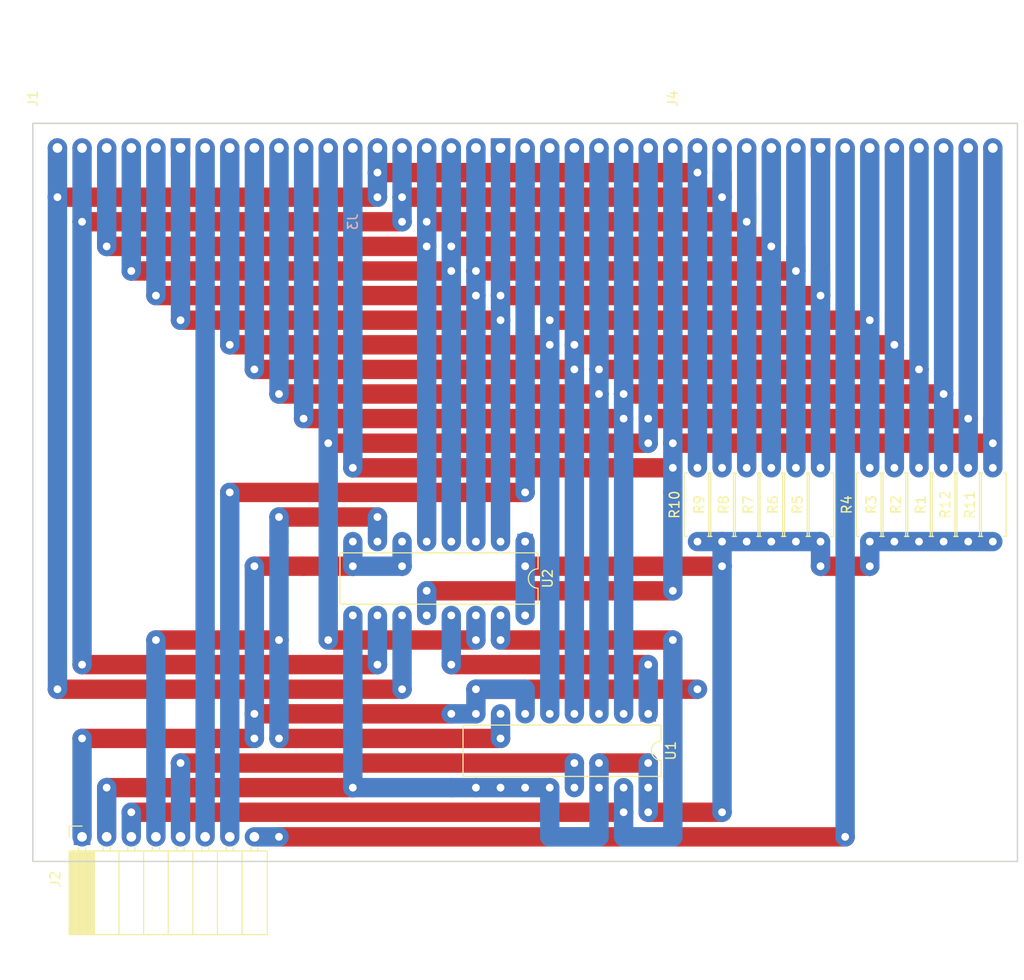
<source format=kicad_pcb>
(kicad_pcb (version 20211014) (generator pcbnew)
  (layers (0 "F.Cu" signal) (31 "B.Cu" signal) (34 "B.Paste" user) (35 "F.Paste" user) (36 "B.SilkS" user "B.Silkscreen") (37 "F.SilkS" user "F.Silkscreen") (38 "B.Mask" user) (39 "F.Mask" user) (44 "Edge.Cuts" user))
  (net 0 "")
  (net 1 "/C00")
  (net 2 "/C01")
  (net 3 "/C02")
  (net 4 "/C03")
  (net 5 "/C04")
  (net 6 "/C05")
  (net 7 "/C06")
  (net 8 "/C07")
  (net 9 "/C08")
  (net 10 "/C09")
  (net 11 "/C10")
  (net 12 "/C11")
  (net 13 "/N_R0")
  (net 14 "GND")
  (net 15 "VCC")
  (net 16 "/CLK")
  (net 17 "/DATA")
  (net 18 "/N_R1")
  (net 19 "/N_R2")
  (net 20 "/DATA1")
  (net 21 "/N_LOAD")
  (footprint "For_Rasterboard:R_Axial_DIN0207_L6.3mm_D2.5mm_P7.62mm_Horizontal" (layer "F.Cu") (at 185.42 139.7 90)
    (fp_text reference "R8" (at 3.81 -2.37 90) (layer "F.SilkS"))
    (fp_text value "10k")
    (fp_line (start 0.54 1.37) (end 7.08 1.37) (layer "F.SilkS") (width 0.12))
    (fp_line (start 0.54 1.04) (end 0.54 1.37) (layer "F.SilkS") (width 0.12))
    (fp_line (start 7.08 -1.37) (end 7.08 -1.04) (layer "F.SilkS") (width 0.12))
    (fp_line (start 7.08 1.37) (end 7.08 1.04) (layer "F.SilkS") (width 0.12))
    (fp_line (start 0.54 -1.04) (end 0.54 -1.37) (layer "F.SilkS") (width 0.12))
    (fp_line (start 0.54 -1.37) (end 7.08 -1.37) (layer "F.SilkS") (width 0.12))
    (pad "1" thru_hole circle (at 0 0 90) (size 1.6 1.6) (drill 0.8) (layers *.Cu *.Mask) (net 15 "VCC"))
    (pad "2" thru_hole oval (at 7.62 0 90) (size 1.6 1.6) (drill 0.8) (layers *.Cu *.Mask) (net 4 "/C03"))
  )
  (footprint "Connector_PinSocket_2.54mm:PinSocket_1x08_P2.54mm_Horizontal" (layer "F.Cu") (at 116.84 170.18 90)
    (fp_text reference "J2" (at -4.38 -2.77 90) (layer "F.SilkS"))
    (fp_text value "1x8 2.54mm female 90deg")
    (fp_line (start -10.09 13.97) (end -1.46 13.97) (layer "F.SilkS") (width 0.12))
    (fp_line (start -10.09 -0.97381) (end -1.46 -0.97381) (layer "F.SilkS") (width 0.12))
    (fp_line (start 1.11 -1.33) (end 1.11 0) (layer "F.SilkS") (width 0.12))
    (fp_line (start -10.09 -1.33) (end -1.46 -1.33) (layer "F.SilkS") (width 0.12))
    (fp_line (start -10.09 0.67952) (end -1.46 0.67952) (layer "F.SilkS") (width 0.12))
    (fp_line (start -1.46 0.36) (end -1.11 0.36) (layer "F.SilkS") (width 0.12))
    (fp_line (start -10.09 -0.147145) (end -1.46 -0.147145) (layer "F.SilkS") (width 0.12))
    (fp_line (start -10.09 6.35) (end -1.46 6.35) (layer "F.SilkS") (width 0.12))
    (fp_line (start -10.09 -1.091905) (end -1.46 -1.091905) (layer "F.SilkS") (width 0.12))
    (fp_line (start -1.46 13.06) (end -1.05 13.06) (layer "F.SilkS") (width 0.12))
    (fp_line (start -10.09 11.43) (end -1.46 11.43) (layer "F.SilkS") (width 0.12))
    (fp_line (start -1.46 18.14) (end -1.05 18.14) (layer "F.SilkS") (width 0.12))
    (fp_line (start -1.46 9.8) (end -1.05 9.8) (layer "F.SilkS") (width 0.12))
    (fp_line (start -10.09 -1.21) (end -1.46 -1.21) (layer "F.SilkS") (width 0.12))
    (fp_line (start -1.46 17.42) (end -1.05 17.42) (layer "F.SilkS") (width 0.12))
    (fp_line (start -1.46 15.6) (end -1.05 15.6) (layer "F.SilkS") (width 0.12))
    (fp_line (start -1.46 4.72) (end -1.05 4.72) (layer "F.SilkS") (width 0.12))
    (fp_line (start -1.46 5.44) (end -1.05 5.44) (layer "F.SilkS") (width 0.12))
    (fp_line (start -10.09 1.1519) (end -1.46 1.1519) (layer "F.SilkS") (width 0.12))
    (fp_line (start -10.09 -0.02905) (end -1.46 -0.02905) (layer "F.SilkS") (width 0.12))
    (fp_line (start -10.09 -0.26524) (end -1.46 -0.26524) (layer "F.SilkS") (width 0.12))
    (fp_line (start 0 -1.33) (end 1.11 -1.33) (layer "F.SilkS") (width 0.12))
    (fp_line (start -10.09 -0.383335) (end -1.46 -0.383335) (layer "F.SilkS") (width 0.12))
    (fp_line (start -1.46 2.18) (end -1.05 2.18) (layer "F.SilkS") (width 0.12))
    (fp_line (start -10.09 19.11) (end -1.46 19.11) (layer "F.SilkS") (width 0.12))
    (fp_line (start -10.09 0.20714) (end -1.46 0.20714) (layer "F.SilkS") (width 0.12))
    (fp_line (start -10.09 8.89) (end -1.46 8.89) (layer "F.SilkS") (width 0.12))
    (fp_line (start -1.46 12.34) (end -1.05 12.34) (layer "F.SilkS") (width 0.12))
    (fp_line (start -10.09 0.325235) (end -1.46 0.325235) (layer "F.SilkS") (width 0.12))
    (fp_line (start -1.46 7.98) (end -1.05 7.98) (layer "F.SilkS") (width 0.12))
    (fp_line (start -10.09 -1.33) (end -10.09 19.11) (layer "F.SilkS") (width 0.12))
    (fp_line (start -10.09 0.44333) (end -1.46 0.44333) (layer "F.SilkS") (width 0.12))
    (fp_line (start -10.09 -0.73762) (end -1.46 -0.73762) (layer "F.SilkS") (width 0.12))
    (fp_line (start -10.09 -0.855715) (end -1.46 -0.855715) (layer "F.SilkS") (width 0.12))
    (fp_line (start -10.09 -0.50143) (end -1.46 -0.50143) (layer "F.SilkS") (width 0.12))
    (fp_line (start -1.46 7.26) (end -1.05 7.26) (layer "F.SilkS") (width 0.12))
    (fp_line (start -1.46 2.9) (end -1.05 2.9) (layer "F.SilkS") (width 0.12))
    (fp_line (start -10.09 -0.619525) (end -1.46 -0.619525) (layer "F.SilkS") (width 0.12))
    (fp_line (start -10.09 0.089045) (end -1.46 0.089045) (layer "F.SilkS") (width 0.12))
    (fp_line (start -1.46 14.88) (end -1.05 14.88) (layer "F.SilkS") (width 0.12))
    (fp_line (start -10.09 0.561425) (end -1.46 0.561425) (layer "F.SilkS") (width 0.12))
    (fp_line (start -1.46 -1.33) (end -1.46 19.11) (layer "F.SilkS") (width 0.12))
    (fp_line (start -10.09 16.51) (end -1.46 16.51) (layer "F.SilkS") (width 0.12))
    (fp_line (start -1.46 10.52) (end -1.05 10.52) (layer "F.SilkS") (width 0.12))
    (fp_line (start -10.09 0.797615) (end -1.46 0.797615) (layer "F.SilkS") (width 0.12))
    (fp_line (start -10.09 0.91571) (end -1.46 0.91571) (layer "F.SilkS") (width 0.12))
    (fp_line (start -10.09 1.033805) (end -1.46 1.033805) (layer "F.SilkS") (width 0.12))
    (fp_line (start -10.09 1.27) (end -1.46 1.27) (layer "F.SilkS") (width 0.12))
    (fp_line (start -1.46 -0.36) (end -1.11 -0.36) (layer "F.SilkS") (width 0.12))
    (fp_line (start -10.09 3.81) (end -1.46 3.81) (layer "F.SilkS") (width 0.12))
    (pad "1" thru_hole rect (at 0 0 90) (size 1.7 1.7) (drill 1) (layers *.Cu *.Mask) (net 14 "GND"))
    (pad "2" thru_hole oval (at 0 2.54 90) (size 1.7 1.7) (drill 1) (layers *.Cu *.Mask) (net 15 "VCC"))
    (pad "3" thru_hole oval (at 0 5.08 90) (size 1.7 1.7) (drill 1) (layers *.Cu *.Mask) (net 21 "/N_LOAD"))
    (pad "4" thru_hole oval (at 0 7.62 90) (size 1.7 1.7) (drill 1) (layers *.Cu *.Mask) (net 16 "/CLK"))
    (pad "5" thru_hole oval (at 0 10.16 90) (size 1.7 1.7) (drill 1) (layers *.Cu *.Mask) (net 17 "/DATA"))
    (pad "6" thru_hole oval (at 0 12.7 90) (size 1.7 1.7) (drill 1) (layers *.Cu *.Mask) (net 13 "/N_R0"))
    (pad "7" thru_hole oval (at 0 15.24 90) (size 1.7 1.7) (drill 1) (layers *.Cu *.Mask) (net 18 "/N_R1"))
    (pad "8" thru_hole oval (at 0 17.78 90) (size 1.7 1.7) (drill 1) (layers *.Cu *.Mask) (net 19 "/N_R2"))
  )
  (footprint "For_Rasterboard:R_Axial_DIN0207_L6.3mm_D2.5mm_P7.62mm_Horizontal" (layer "F.Cu") (at 198.12 139.7 90)
    (fp_text reference "R4" (at 3.81 -2.37 90) (layer "F.SilkS"))
    (fp_text value "10k")
    (fp_line (start 0.54 -1.37) (end 7.08 -1.37) (layer "F.SilkS") (width 0.12))
    (fp_line (start 0.54 1.37) (end 7.08 1.37) (layer "F.SilkS") (width 0.12))
    (fp_line (start 0.54 1.04) (end 0.54 1.37) (layer "F.SilkS") (width 0.12))
    (fp_line (start 7.08 -1.37) (end 7.08 -1.04) (layer "F.SilkS") (width 0.12))
    (fp_line (start 7.08 1.37) (end 7.08 1.04) (layer "F.SilkS") (width 0.12))
    (fp_line (start 0.54 -1.04) (end 0.54 -1.37) (layer "F.SilkS") (width 0.12))
    (pad "1" thru_hole circle (at 0 0 90) (size 1.6 1.6) (drill 0.8) (layers *.Cu *.Mask) (net 15 "VCC"))
    (pad "2" thru_hole oval (at 7.62 0 90) (size 1.6 1.6) (drill 0.8) (layers *.Cu *.Mask) (net 12 "/C11"))
  )
  (footprint "For_Rasterboard:R_Axial_DIN0207_L6.3mm_D2.5mm_P7.62mm_Horizontal" (layer "F.Cu") (at 193.04 139.7 90)
    (fp_text reference "R5" (at 3.81 -2.37 90) (layer "F.SilkS"))
    (fp_text value "10k")
    (fp_line (start 0.54 1.37) (end 7.08 1.37) (layer "F.SilkS") (width 0.12))
    (fp_line (start 0.54 -1.37) (end 7.08 -1.37) (layer "F.SilkS") (width 0.12))
    (fp_line (start 7.08 1.37) (end 7.08 1.04) (layer "F.SilkS") (width 0.12))
    (fp_line (start 0.54 1.04) (end 0.54 1.37) (layer "F.SilkS") (width 0.12))
    (fp_line (start 7.08 -1.37) (end 7.08 -1.04) (layer "F.SilkS") (width 0.12))
    (fp_line (start 0.54 -1.04) (end 0.54 -1.37) (layer "F.SilkS") (width 0.12))
    (pad "1" thru_hole circle (at 0 0 90) (size 1.6 1.6) (drill 0.8) (layers *.Cu *.Mask) (net 15 "VCC"))
    (pad "2" thru_hole oval (at 7.62 0 90) (size 1.6 1.6) (drill 0.8) (layers *.Cu *.Mask) (net 1 "/C00"))
  )
  (footprint "For_Rasterboard:SW_Rot_1x12_Daughterbrd_Conn" (layer "F.Cu") (at 195.58 99.06 90)
    (fp_text reference "J4" (at 5.08 -17.78 90 unlocked) (layer "F.SilkS"))
    (fp_text value "1x13 2.54mm male 90deg")
    (pad "1" thru_hole rect (at 0 -2.54 90) (size 2 2) (drill 1) (layers *.Cu *.Mask) (net 1 "/C00"))
    (pad "2" thru_hole circle (at 0 -5.08 90) (size 2 2) (drill 1) (layers *.Cu *.Mask) (net 2 "/C01"))
    (pad "3" thru_hole circle (at 0 -7.62 90) (size 2 2) (drill 1) (layers *.Cu *.Mask) (net 3 "/C02"))
    (pad "4" thru_hole circle (at 0 -10.16 90) (size 2 2) (drill 1) (layers *.Cu *.Mask) (net 4 "/C03"))
    (pad "5" thru_hole circle (at 0 -12.7 90) (size 2 2) (drill 1) (layers *.Cu *.Mask) (net 5 "/C04"))
    (pad "6" thru_hole circle (at 0 -15.24 90) (size 2 2) (drill 1) (layers *.Cu *.Mask) (net 6 "/C05"))
    (pad "7" thru_hole circle (at 0 15.24 90) (size 2 2) (drill 1) (layers *.Cu *.Mask) (net 7 "/C06"))
    (pad "8" thru_hole circle (at 0 12.7 90) (size 2 2) (drill 1) (layers *.Cu *.Mask) (net 8 "/C07"))
    (pad "9" thru_hole circle (at 0 10.16 90) (size 2 2) (drill 1) (layers *.Cu *.Mask) (net 9 "/C08"))
    (pad "10" thru_hole circle (at 0 7.62 90) (size 2 2) (drill 1) (layers *.Cu *.Mask) (net 10 "/C09"))
    (pad "11" thru_hole circle (at 0 5.08 90) (size 2 2) (drill 1) (layers *.Cu *.Mask) (net 11 "/C10"))
    (pad "12" thru_hole circle (at 0 2.54 90) (size 2 2) (drill 1) (layers *.Cu *.Mask) (net 12 "/C11"))
    (pad "13" thru_hole circle (at 0 0 90) (size 2 2) (drill 1) (layers *.Cu *.Mask) (net 19 "/N_R2"))
  )
  (footprint "For_Rasterboard:R_Axial_DIN0207_L6.3mm_D2.5mm_P7.62mm_Horizontal" (layer "F.Cu") (at 182.88 139.7 90)
    (fp_text reference "R9" (at 3.81 -2.37 90) (layer "F.SilkS"))
    (fp_text value "10k")
    (fp_line (start 0.54 1.04) (end 0.54 1.37) (layer "F.SilkS") (width 0.12))
    (fp_line (start 0.54 1.37) (end 7.08 1.37) (layer "F.SilkS") (width 0.12))
    (fp_line (start 0.54 -1.37) (end 7.08 -1.37) (layer "F.SilkS") (width 0.12))
    (fp_line (start 7.08 1.37) (end 7.08 1.04) (layer "F.SilkS") (width 0.12))
    (fp_line (start 7.08 -1.37) (end 7.08 -1.04) (layer "F.SilkS") (width 0.12))
    (fp_line (start 0.54 -1.04) (end 0.54 -1.37) (layer "F.SilkS") (width 0.12))
    (pad "1" thru_hole circle (at 0 0 90) (size 1.6 1.6) (drill 0.8) (layers *.Cu *.Mask) (net 15 "VCC"))
    (pad "2" thru_hole oval (at 7.62 0 90) (size 1.6 1.6) (drill 0.8) (layers *.Cu *.Mask) (net 5 "/C04"))
  )
  (footprint "For_Rasterboard:R_Axial_DIN0207_L6.3mm_D2.5mm_P7.62mm_Horizontal" (layer "F.Cu") (at 187.96 139.7 90)
    (fp_text reference "R7" (at 3.81 -2.37 90) (layer "F.SilkS"))
    (fp_text value "10k")
    (fp_line (start 0.54 -1.37) (end 7.08 -1.37) (layer "F.SilkS") (width 0.12))
    (fp_line (start 7.08 -1.37) (end 7.08 -1.04) (layer "F.SilkS") (width 0.12))
    (fp_line (start 0.54 1.04) (end 0.54 1.37) (layer "F.SilkS") (width 0.12))
    (fp_line (start 0.54 1.37) (end 7.08 1.37) (layer "F.SilkS") (width 0.12))
    (fp_line (start 0.54 -1.04) (end 0.54 -1.37) (layer "F.SilkS") (width 0.12))
    (fp_line (start 7.08 1.37) (end 7.08 1.04) (layer "F.SilkS") (width 0.12))
    (pad "1" thru_hole circle (at 0 0 90) (size 1.6 1.6) (drill 0.8) (layers *.Cu *.Mask) (net 15 "VCC"))
    (pad "2" thru_hole oval (at 7.62 0 90) (size 1.6 1.6) (drill 0.8) (layers *.Cu *.Mask) (net 3 "/C02"))
  )
  (footprint "Package_DIP:DIP-16_W7.62mm" (layer "F.Cu") (at 162.56 139.7 -90)
    (fp_text reference "U2" (at 3.81 -2.33 90) (layer "F.SilkS"))
    (fp_text value "74LS166")
    (fp_line (start 2.81 -1.33) (end 1.16 -1.33) (layer "F.SilkS") (width 0.12))
    (fp_line (start 1.16 19.11) (end 6.46 19.11) (layer "F.SilkS") (width 0.12))
    (fp_line (start 6.46 -1.33) (end 4.81 -1.33) (layer "F.SilkS") (width 0.12))
    (fp_line (start 6.46 19.11) (end 6.46 -1.33) (layer "F.SilkS") (width 0.12))
    (fp_line (start 1.16 -1.33) (end 1.16 19.11) (layer "F.SilkS") (width 0.12))
    (fp_arc (start 4.81 -1.33) (mid 3.81 -0.33) (end 2.81 -1.33) (layer "F.SilkS") (width 0.12))
    (pad "1" thru_hole rect (at 0 0 270) (size 1.6 1.6) (drill 0.8) (layers *.Cu *.Mask) (net 15 "VCC"))
    (pad "2" thru_hole oval (at 0 2.54 270) (size 1.6 1.6) (drill 0.8) (layers *.Cu *.Mask) (net 1 "/C00"))
    (pad "3" thru_hole oval (at 0 5.08 270) (size 1.6 1.6) (drill 0.8) (layers *.Cu *.Mask) (net 2 "/C01"))
    (pad "4" thru_hole oval (at 0 7.62 270) (size 1.6 1.6) (drill 0.8) (layers *.Cu *.Mask) (net 3 "/C02"))
    (pad "5" thru_hole oval (at 0 10.16 270) (size 1.6 1.6) (drill 0.8) (layers *.Cu *.Mask) (net 4 "/C03"))
    (pad "6" thru_hole oval (at 0 12.7 270) (size 1.6 1.6) (drill 0.8) (layers *.Cu *.Mask) (net 14 "GND"))
    (pad "7" thru_hole oval (at 0 15.24 270) (size 1.6 1.6) (drill 0.8) (layers *.Cu *.Mask) (net 16 "/CLK"))
    (pad "8" thru_hole oval (at 0 17.78 270) (size 1.6 1.6) (drill 0.8) (layers *.Cu *.Mask) (net 14 "GND"))
    (pad "9" thru_hole oval (at 7.62 17.78 270) (size 1.6 1.6) (drill 0.8) (layers *.Cu *.Mask) (net 15 "VCC"))
    (pad "10" thru_hole oval (at 7.62 15.24 270) (size 1.6 1.6) (drill 0.8) (layers *.Cu *.Mask) (net 5 "/C04"))
    (pad "11" thru_hole oval (at 7.62 12.7 270) (size 1.6 1.6) (drill 0.8) (layers *.Cu *.Mask) (net 6 "/C05"))
    (pad "12" thru_hole oval (at 7.62 10.16 270) (size 1.6 1.6) (drill 0.8) (layers *.Cu *.Mask) (net 7 "/C06"))
    (pad "13" thru_hole oval (at 7.62 7.62 270) (size 1.6 1.6) (drill 0.8) (layers *.Cu *.Mask) (net 20 "/DATA1"))
    (pad "14" thru_hole oval (at 7.62 5.08 270) (size 1.6 1.6) (drill 0.8) (layers *.Cu *.Mask) (net 8 "/C07"))
    (pad "15" thru_hole oval (at 7.62 2.54 270) (size 1.6 1.6) (drill 0.8) (layers *.Cu *.Mask) (net 21 "/N_LOAD"))
    (pad "16" thru_hole oval (at 7.62 0 270) (size 1.6 1.6) (drill 0.8) (layers *.Cu *.Mask) (net 15 "VCC"))
  )
  (footprint "For_Rasterboard:R_Axial_DIN0207_L6.3mm_D2.5mm_P7.62mm_Horizontal" (layer "F.Cu") (at 180.34 139.7 90)
    (fp_text reference "R10" (at 3.81 -2.37 90) (layer "F.SilkS"))
    (fp_text value "10k")
    (fp_line (start 7.08 -1.37) (end 7.08 -1.04) (layer "F.SilkS") (width 0.12))
    (fp_line (start 0.54 1.37) (end 7.08 1.37) (layer "F.SilkS") (width 0.12))
    (fp_line (start 0.54 -1.37) (end 7.08 -1.37) (layer "F.SilkS") (width 0.12))
    (fp_line (start 7.08 1.37) (end 7.08 1.04) (layer "F.SilkS") (width 0.12))
    (fp_line (start 0.54 1.04) (end 0.54 1.37) (layer "F.SilkS") (width 0.12))
    (fp_line (start 0.54 -1.04) (end 0.54 -1.37) (layer "F.SilkS") (width 0.12))
    (pad "1" thru_hole circle (at 0 0 90) (size 1.6 1.6) (drill 0.8) (layers *.Cu *.Mask) (net 15 "VCC"))
    (pad "2" thru_hole oval (at 7.62 0 90) (size 1.6 1.6) (drill 0.8) (layers *.Cu *.Mask) (net 6 "/C05"))
  )
  (footprint "For_Rasterboard:R_Axial_DIN0207_L6.3mm_D2.5mm_P7.62mm_Horizontal" (layer "F.Cu") (at 210.82 139.7 90)
    (fp_text reference "R11" (at 3.81 -2.37 90) (layer "F.SilkS"))
    (fp_text value "10k")
    (fp_line (start 0.54 -1.37) (end 7.08 -1.37) (layer "F.SilkS") (width 0.12))
    (fp_line (start 0.54 1.37) (end 7.08 1.37) (layer "F.SilkS") (width 0.12))
    (fp_line (start 0.54 1.04) (end 0.54 1.37) (layer "F.SilkS") (width 0.12))
    (fp_line (start 7.08 -1.37) (end 7.08 -1.04) (layer "F.SilkS") (width 0.12))
    (fp_line (start 7.08 1.37) (end 7.08 1.04) (layer "F.SilkS") (width 0.12))
    (fp_line (start 0.54 -1.04) (end 0.54 -1.37) (layer "F.SilkS") (width 0.12))
    (pad "1" thru_hole circle (at 0 0 90) (size 1.6 1.6) (drill 0.8) (layers *.Cu *.Mask) (net 15 "VCC"))
    (pad "2" thru_hole oval (at 7.62 0 90) (size 1.6 1.6) (drill 0.8) (layers *.Cu *.Mask) (net 7 "/C06"))
  )
  (footprint "For_Rasterboard:R_Axial_DIN0207_L6.3mm_D2.5mm_P7.62mm_Horizontal" (layer "F.Cu") (at 205.74 139.7 90)
    (fp_text reference "R1" (at 3.81 -2.37 90) (layer "F.SilkS"))
    (fp_text value "10k")
    (fp_line (start 0.54 -1.04) (end 0.54 -1.37) (layer "F.SilkS") (width 0.12))
    (fp_line (start 0.54 1.37) (end 7.08 1.37) (layer "F.SilkS") (width 0.12))
    (fp_line (start 0.54 -1.37) (end 7.08 -1.37) (layer "F.SilkS") (width 0.12))
    (fp_line (start 7.08 1.37) (end 7.08 1.04) (layer "F.SilkS") (width 0.12))
    (fp_line (start 7.08 -1.37) (end 7.08 -1.04) (layer "F.SilkS") (width 0.12))
    (fp_line (start 0.54 1.04) (end 0.54 1.37) (layer "F.SilkS") (width 0.12))
    (pad "1" thru_hole circle (at 0 0 90) (size 1.6 1.6) (drill 0.8) (layers *.Cu *.Mask) (net 15 "VCC"))
    (pad "2" thru_hole oval (at 7.62 0 90) (size 1.6 1.6) (drill 0.8) (layers *.Cu *.Mask) (net 9 "/C08"))
  )
  (footprint "For_Rasterboard:R_Axial_DIN0207_L6.3mm_D2.5mm_P7.62mm_Horizontal" (layer "F.Cu") (at 190.5 139.7 90)
    (fp_text reference "R6" (at 3.81 -2.37 90) (layer "F.SilkS"))
    (fp_text value "10k")
    (fp_line (start 7.08 -1.37) (end 7.08 -1.04) (layer "F.SilkS") (width 0.12))
    (fp_line (start 0.54 -1.37) (end 7.08 -1.37) (layer "F.SilkS") (width 0.12))
    (fp_line (start 0.54 -1.04) (end 0.54 -1.37) (layer "F.SilkS") (width 0.12))
    (fp_line (start 0.54 1.37) (end 7.08 1.37) (layer "F.SilkS") (width 0.12))
    (fp_line (start 0.54 1.04) (end 0.54 1.37) (layer "F.SilkS") (width 0.12))
    (fp_line (start 7.08 1.37) (end 7.08 1.04) (layer "F.SilkS") (width 0.12))
    (pad "1" thru_hole circle (at 0 0 90) (size 1.6 1.6) (drill 0.8) (layers *.Cu *.Mask) (net 15 "VCC"))
    (pad "2" thru_hole oval (at 7.62 0 90) (size 1.6 1.6) (drill 0.8) (layers *.Cu *.Mask) (net 2 "/C01"))
  )
  (footprint "For_Rasterboard:R_Axial_DIN0207_L6.3mm_D2.5mm_P7.62mm_Horizontal" (layer "F.Cu") (at 200.66 139.7 90)
    (fp_text reference "R3" (at 3.81 -2.37 90) (layer "F.SilkS"))
    (fp_text value "10k")
    (fp_line (start 0.54 -1.37) (end 7.08 -1.37) (layer "F.SilkS") (width 0.12))
    (fp_line (start 7.08 1.37) (end 7.08 1.04) (layer "F.SilkS") (width 0.12))
    (fp_line (start 0.54 -1.04) (end 0.54 -1.37) (layer "F.SilkS") (width 0.12))
    (fp_line (start 7.08 -1.37) (end 7.08 -1.04) (layer "F.SilkS") (width 0.12))
    (fp_line (start 0.54 1.37) (end 7.08 1.37) (layer "F.SilkS") (width 0.12))
    (fp_line (start 0.54 1.04) (end 0.54 1.37) (layer "F.SilkS") (width 0.12))
    (pad "1" thru_hole circle (at 0 0 90) (size 1.6 1.6) (drill 0.8) (layers *.Cu *.Mask) (net 15 "VCC"))
    (pad "2" thru_hole oval (at 7.62 0 90) (size 1.6 1.6) (drill 0.8) (layers *.Cu *.Mask) (net 11 "/C10"))
  )
  (footprint "For_Rasterboard:SW_Rot_1x12_Daughterbrd_Conn" (layer "F.Cu") (at 129.54 99.06 90)
    (fp_text reference "J1" (at 5.08 -17.78 90 unlocked) (layer "F.SilkS"))
    (fp_text value "1x13 2.54mm male 90deg")
    (pad "1" thru_hole rect (at 0 -2.54 90) (size 2 2) (drill 1) (layers *.Cu *.Mask) (net 1 "/C00"))
    (pad "2" thru_hole circle (at 0 -5.08 90) (size 2 2) (drill 1) (layers *.Cu *.Mask) (net 2 "/C01"))
    (pad "3" thru_hole circle (at 0 -7.62 90) (size 2 2) (drill 1) (layers *.Cu *.Mask) (net 3 "/C02"))
    (pad "4" thru_hole circle (at 0 -10.16 90) (size 2 2) (drill 1) (layers *.Cu *.Mask) (net 4 "/C03"))
    (pad "5" thru_hole circle (at 0 -12.7 90) (size 2 2) (drill 1) (layers *.Cu *.Mask) (net 5 "/C04"))
    (pad "6" thru_hole circle (at 0 -15.24 90) (size 2 2) (drill 1) (layers *.Cu *.Mask) (net 6 "/C05"))
    (pad "7" thru_hole circle (at 0 15.24 90) (size 2 2) (drill 1) (layers *.Cu *.Mask) (net 7 "/C06"))
    (pad "8" thru_hole circle (at 0 12.7 90) (size 2 2) (drill 1) (layers *.Cu *.Mask) (net 8 "/C07"))
    (pad "9" thru_hole circle (at 0 10.16 90) (size 2 2) (drill 1) (layers *.Cu *.Mask) (net 9 "/C08"))
    (pad "10" thru_hole circle (at 0 7.62 90) (size 2 2) (drill 1) (layers *.Cu *.Mask) (net 10 "/C09"))
    (pad "11" thru_hole circle (at 0 5.08 90) (size 2 2) (drill 1) (layers *.Cu *.Mask) (net 11 "/C10"))
    (pad "12" thru_hole circle (at 0 2.54 90) (size 2 2) (drill 1) (layers *.Cu *.Mask) (net 12 "/C11"))
    (pad "13" thru_hole circle (at 0 0 90) (size 2 2) (drill 1) (layers *.Cu *.Mask) (net 13 "/N_R0"))
  )
  (footprint "For_Rasterboard:R_Axial_DIN0207_L6.3mm_D2.5mm_P7.62mm_Horizontal" (layer "F.Cu") (at 208.28 139.7 90)
    (fp_text reference "R12" (at 3.81 -2.37 90) (layer "F.SilkS"))
    (fp_text value "10k")
    (fp_line (start 7.08 1.37) (end 7.08 1.04) (layer "F.SilkS") (width 0.12))
    (fp_line (start 0.54 1.37) (end 7.08 1.37) (layer "F.SilkS") (width 0.12))
    (fp_line (start 0.54 -1.37) (end 7.08 -1.37) (layer "F.SilkS") (width 0.12))
    (fp_line (start 7.08 -1.37) (end 7.08 -1.04) (layer "F.SilkS") (width 0.12))
    (fp_line (start 0.54 1.04) (end 0.54 1.37) (layer "F.SilkS") (width 0.12))
    (fp_line (start 0.54 -1.04) (end 0.54 -1.37) (layer "F.SilkS") (width 0.12))
    (pad "1" thru_hole circle (at 0 0 90) (size 1.6 1.6) (drill 0.8) (layers *.Cu *.Mask) (net 15 "VCC"))
    (pad "2" thru_hole oval (at 7.62 0 90) (size 1.6 1.6) (drill 0.8) (layers *.Cu *.Mask) (net 8 "/C07"))
  )
  (footprint "For_Rasterboard:R_Axial_DIN0207_L6.3mm_D2.5mm_P7.62mm_Horizontal" (layer "F.Cu") (at 203.2 139.7 90)
    (fp_text reference "R2" (at 3.81 -2.37 90) (layer "F.SilkS"))
    (fp_text value "10k")
    (fp_line (start 7.08 -1.37) (end 7.08 -1.04) (layer "F.SilkS") (width 0.12))
    (fp_line (start 7.08 1.37) (end 7.08 1.04) (layer "F.SilkS") (width 0.12))
    (fp_line (start 0.54 1.37) (end 7.08 1.37) (layer "F.SilkS") (width 0.12))
    (fp_line (start 0.54 1.04) (end 0.54 1.37) (layer "F.SilkS") (width 0.12))
    (fp_line (start 0.54 -1.37) (end 7.08 -1.37) (layer "F.SilkS") (width 0.12))
    (fp_line (start 0.54 -1.04) (end 0.54 -1.37) (layer "F.SilkS") (width 0.12))
    (pad "1" thru_hole circle (at 0 0 90) (size 1.6 1.6) (drill 0.8) (layers *.Cu *.Mask) (net 15 "VCC"))
    (pad "2" thru_hole oval (at 7.62 0 90) (size 1.6 1.6) (drill 0.8) (layers *.Cu *.Mask) (net 10 "/C09"))
  )
  (footprint "Package_DIP:DIP-16_W7.62mm" (layer "F.Cu") (at 175.26 157.48 -90)
    (fp_text reference "U1" (at 3.81 -2.33 90) (layer "F.SilkS"))
    (fp_text value "74LS166")
    (fp_line (start 1.16 19.11) (end 6.46 19.11) (layer "F.SilkS") (width 0.12))
    (fp_line (start 6.46 -1.33) (end 4.81 -1.33) (layer "F.SilkS") (width 0.12))
    (fp_line (start 2.81 -1.33) (end 1.16 -1.33) (layer "F.SilkS") (width 0.12))
    (fp_line (start 6.46 19.11) (end 6.46 -1.33) (layer "F.SilkS") (width 0.12))
    (fp_line (start 1.16 -1.33) (end 1.16 19.11) (layer "F.SilkS") (width 0.12))
    (fp_arc (start 4.81 -1.33) (mid 3.81 -0.33) (end 2.81 -1.33) (layer "F.SilkS") (width 0.12))
    (pad "1" thru_hole rect (at 0 0 270) (size 1.6 1.6) (drill 0.8) (layers *.Cu *.Mask) (net 20 "/DATA1"))
    (pad "2" thru_hole oval (at 0 2.54 270) (size 1.6 1.6) (drill 0.8) (layers *.Cu *.Mask) (net 9 "/C08"))
    (pad "3" thru_hole oval (at 0 5.08 270) (size 1.6 1.6) (drill 0.8) (layers *.Cu *.Mask) (net 10 "/C09"))
    (pad "4" thru_hole oval (at 0 7.62 270) (size 1.6 1.6) (drill 0.8) (layers *.Cu *.Mask) (net 11 "/C10"))
    (pad "5" thru_hole oval (at 0 10.16 270) (size 1.6 1.6) (drill 0.8) (layers *.Cu *.Mask) (net 12 "/C11"))
    (pad "6" thru_hole oval (at 0 12.7 270) (size 1.6 1.6) (drill 0.8) (layers *.Cu *.Mask) (net 14 "GND"))
    (pad "7" thru_hole oval (at 0 15.24 270) (size 1.6 1.6) (drill 0.8) (layers *.Cu *.Mask) (net 16 "/CLK"))
    (pad "8" thru_hole oval (at 0 17.78 270) (size 1.6 1.6) (drill 0.8) (layers *.Cu *.Mask) (net 14 "GND"))
    (pad "9" thru_hole oval (at 7.62 17.78 270) (size 1.6 1.6) (drill 0.8) (layers *.Cu *.Mask) (net 15 "VCC"))
    (pad "10" thru_hole oval (at 7.62 15.24 270) (size 1.6 1.6) (drill 0.8) (layers *.Cu *.Mask) (net 15 "VCC"))
    (pad "11" thru_hole oval (at 7.62 12.7 270) (size 1.6 1.6) (drill 0.8) (layers *.Cu *.Mask) (net 15 "VCC"))
    (pad "12" thru_hole oval (at 7.62 10.16 270) (size 1.6 1.6) (drill 0.8) (layers *.Cu *.Mask) (net 15 "VCC"))
    (pad "13" thru_hole oval (at 7.62 7.62 270) (size 1.6 1.6) (drill 0.8) (layers *.Cu *.Mask) (net 17 "/DATA"))
    (pad "14" thru_hole oval (at 7.62 5.08 270) (size 1.6 1.6) (drill 0.8) (layers *.Cu *.Mask) (net 15 "VCC"))
    (pad "15" thru_hole oval (at 7.62 2.54 270) (size 1.6 1.6) (drill 0.8) (layers *.Cu *.Mask) (net 21 "/N_LOAD"))
    (pad "16" thru_hole oval (at 7.62 0 270) (size 1.6 1.6) (drill 0.8) (layers *.Cu *.Mask) (net 15 "VCC"))
  )
  (footprint "For_Rasterboard:SW_Rot_1x12_Daughterbrd_Conn" (layer "B.Cu") (at 162.56 99.06 -90)
    (fp_text reference "J3" (at 7.62 17.78 90 unlocked) (layer "B.SilkS") (effects (justify mirror)))
    (fp_text value "1x13 2.54mm male 90deg")
    (pad "1" thru_hole rect (at 0 2.54 270) (size 2 2) (drill 1) (layers *.Cu *.Mask) (net 1 "/C00"))
    (pad "2" thru_hole circle (at 0 5.08 270) (size 2 2) (drill 1) (layers *.Cu *.Mask) (net 2 "/C01"))
    (pad "3" thru_hole circle (at 0 7.62 270) (size 2 2) (drill 1) (layers *.Cu *.Mask) (net 3 "/C02"))
    (pad "4" thru_hole circle (at 0 10.16 270) (size 2 2) (drill 1) (layers *.Cu *.Mask) (net 4 "/C03"))
    (pad "5" thru_hole circle (at 0 12.7 270) (size 2 2) (drill 1) (layers *.Cu *.Mask) (net 5 "/C04"))
    (pad "6" thru_hole circle (at 0 15.24 270) (size 2 2) (drill 1) (layers *.Cu *.Mask) (net 6 "/C05"))
    (pad "7" thru_hole circle (at 0 -15.24 270) (size 2 2) (drill 1) (layers *.Cu *.Mask) (net 7 "/C06"))
    (pad "8" thru_hole circle (at 0 -12.7 270) (size 2 2) (drill 1) (layers *.Cu *.Mask) (net 8 "/C07"))
    (pad "9" thru_hole circle (at 0 -10.16 270) (size 2 2) (drill 1) (layers *.Cu *.Mask) (net 9 "/C08"))
    (pad "10" thru_hole circle (at 0 -7.62 270) (size 2 2) (drill 1) (layers *.Cu *.Mask) (net 10 "/C09"))
    (pad "11" thru_hole circle (at 0 -5.08 270) (size 2 2) (drill 1) (layers *.Cu *.Mask) (net 11 "/C10"))
    (pad "12" thru_hole circle (at 0 -2.54 270) (size 2 2) (drill 1) (layers *.Cu *.Mask) (net 12 "/C11"))
    (pad "13" thru_hole circle (at 0 0 270) (size 2 2) (drill 1) (layers *.Cu *.Mask) (net 18 "/N_R1"))
  )
  (gr_rect (start 111.76 96.52) (end 213.36 172.72) (layer "Edge.Cuts") (width 0.15) (fill none))
  (segment (start 160.02 116.84) (end 127 116.84) (width 2) (layer "F.Cu") (net 1))
  (segment (start 160.02 114.3) (end 193.04 114.3) (width 2) (layer "F.Cu") (net 1))
  (via (at 193.04 114.3) (size 2) (drill 0.8) (layers "F.Cu" "B.Cu") (net 1))
  (via (at 160.02 114.3) (size 2) (drill 0.8) (layers "F.Cu" "B.Cu") (net 1))
  (via (at 127 116.84) (size 2) (drill 0.8) (layers "F.Cu" "B.Cu") (net 1))
  (via (at 160.02 116.84) (size 2) (drill 0.8) (layers "F.Cu" "B.Cu") (net 1))
  (segment (start 160.02 116.84) (end 160.02 139.7) (width 2) (layer "B.Cu") (net 1))
  (segment (start 160.02 99.06) (end 160.02 116.84) (width 2) (layer "B.Cu") (net 1))
  (segment (start 193.04 111.76) (end 193.04 132.08) (width 2) (layer "B.Cu") (net 1))
  (segment (start 193.04 99.06) (end 193.04 114.3) (width 2) (layer "B.Cu") (net 1))
  (segment (start 127 116.84) (end 127 99.06) (width 2) (layer "B.Cu") (net 1))
  (segment (start 157.48 111.76) (end 190.5 111.76) (width 2) (layer "F.Cu") (net 2))
  (segment (start 157.48 114.3) (end 124.46 114.3) (width 2) (layer "F.Cu") (net 2))
  (via (at 157.48 111.76) (size 2) (drill 0.8) (layers "F.Cu" "B.Cu") (net 2))
  (via (at 124.46 114.3) (size 2) (drill 0.8) (layers "F.Cu" "B.Cu") (net 2))
  (via (at 190.5 111.76) (size 2) (drill 0.8) (layers "F.Cu" "B.Cu") (net 2))
  (via (at 157.48 114.3) (size 2) (drill 0.8) (layers "F.Cu" "B.Cu") (net 2))
  (segment (start 190.5 109.22) (end 190.5 132.08) (width 2) (layer "B.Cu") (net 2))
  (segment (start 157.48 114.3) (end 157.48 139.7) (width 2) (layer "B.Cu") (net 2))
  (segment (start 190.5 99.06) (end 190.5 111.76) (width 2) (layer "B.Cu") (net 2))
  (segment (start 157.48 99.06) (end 157.48 114.3) (width 2) (layer "B.Cu") (net 2))
  (segment (start 124.46 114.3) (end 124.46 99.06) (width 2) (layer "B.Cu") (net 2))
  (segment (start 154.94 109.22) (end 187.96 109.22) (width 2) (layer "F.Cu") (net 3))
  (segment (start 121.92 111.76) (end 154.94 111.76) (width 2) (layer "F.Cu") (net 3))
  (via (at 187.96 109.22) (size 2) (drill 0.8) (layers "F.Cu" "B.Cu") (net 3))
  (via (at 154.94 111.76) (size 2) (drill 0.8) (layers "F.Cu" "B.Cu") (net 3))
  (via (at 154.94 109.22) (size 2) (drill 0.8) (layers "F.Cu" "B.Cu") (net 3))
  (via (at 121.92 111.76) (size 2) (drill 0.8) (layers "F.Cu" "B.Cu") (net 3))
  (segment (start 121.92 111.76) (end 121.92 99.06) (width 2) (layer "B.Cu") (net 3))
  (segment (start 154.94 111.76) (end 154.94 139.7) (width 2) (layer "B.Cu") (net 3))
  (segment (start 187.96 109.22) (end 187.96 99.06) (width 2) (layer "B.Cu") (net 3))
  (segment (start 187.96 106.68) (end 187.96 132.08) (width 2) (layer "B.Cu") (net 3))
  (segment (start 154.94 111.76) (end 154.94 99.06) (width 2) (layer "B.Cu") (net 3))
  (segment (start 152.4 109.22) (end 119.38 109.22) (width 2) (layer "F.Cu") (net 4))
  (segment (start 152.4 106.68) (end 185.42 106.68) (width 2) (layer "F.Cu") (net 4))
  (via (at 152.4 106.68) (size 2) (drill 0.8) (layers "F.Cu" "B.Cu") (net 4))
  (via (at 119.38 109.22) (size 2) (drill 0.8) (layers "F.Cu" "B.Cu") (net 4))
  (via (at 152.4 109.22) (size 2) (drill 0.8) (layers "F.Cu" "B.Cu") (net 4))
  (via (at 185.42 106.68) (size 2) (drill 0.8) (layers "F.Cu" "B.Cu") (net 4))
  (segment (start 185.42 106.68) (end 185.42 99.06) (width 2) (layer "B.Cu") (net 4))
  (segment (start 185.42 104.14) (end 185.42 132.08) (width 2) (layer "B.Cu") (net 4))
  (segment (start 152.4 109.22) (end 152.4 139.7) (width 2) (layer "B.Cu") (net 4))
  (segment (start 152.4 109.22) (end 152.4 99.06) (width 2) (layer "B.Cu") (net 4))
  (segment (start 119.38 109.22) (end 119.38 99.06) (width 2) (layer "B.Cu") (net 4))
  (segment (start 116.84 152.4) (end 147.32 152.4) (width 2) (layer "F.Cu") (net 5))
  (segment (start 116.84 106.68) (end 149.86 106.68) (width 2) (layer "F.Cu") (net 5))
  (segment (start 149.86 104.14) (end 182.88 104.14) (width 2) (layer "F.Cu") (net 5))
  (via (at 149.86 104.14) (size 2) (drill 0.8) (layers "F.Cu" "B.Cu") (net 5))
  (via (at 116.84 152.4) (size 2) (drill 0.8) (layers "F.Cu" "B.Cu") (net 5))
  (via (at 149.86 106.68) (size 2) (drill 0.8) (layers "F.Cu" "B.Cu") (net 5))
  (via (at 182.88 104.14) (size 2) (drill 0.8) (layers "F.Cu" "B.Cu") (net 5))
  (via (at 147.32 152.4) (size 2) (drill 0.8) (layers "F.Cu" "B.Cu") (net 5))
  (via (at 116.84 106.68) (size 2) (drill 0.8) (layers "F.Cu" "B.Cu") (net 5))
  (segment (start 116.84 106.68) (end 116.84 99.06) (width 2) (layer "B.Cu") (net 5))
  (segment (start 149.86 106.68) (end 149.86 99.06) (width 2) (layer "B.Cu") (net 5))
  (segment (start 116.84 152.4) (end 116.84 106.68) (width 2) (layer "B.Cu") (net 5))
  (segment (start 182.88 104.14) (end 182.88 99.06) (width 2) (layer "B.Cu") (net 5))
  (segment (start 147.32 147.32) (end 147.32 152.4) (width 2) (layer "B.Cu") (net 5))
  (segment (start 182.88 101.6) (end 182.88 132.08) (width 2) (layer "B.Cu") (net 5))
  (segment (start 147.32 104.14) (end 114.3 104.14) (width 2) (layer "F.Cu") (net 6))
  (segment (start 147.32 101.6) (end 180.34 101.6) (width 2) (layer "F.Cu") (net 6))
  (segment (start 149.86 154.94) (end 114.3 154.94) (width 2) (layer "F.Cu") (net 6))
  (via (at 114.3 104.14) (size 2) (drill 0.8) (layers "F.Cu" "B.Cu") (net 6))
  (via (at 149.86 154.94) (size 2) (drill 0.8) (layers "F.Cu" "B.Cu") (net 6))
  (via (at 180.34 101.6) (size 2) (drill 0.8) (layers "F.Cu" "B.Cu") (net 6))
  (via (at 114.3 154.94) (size 2) (drill 0.8) (layers "F.Cu" "B.Cu") (net 6))
  (via (at 147.32 104.14) (size 2) (drill 0.8) (layers "F.Cu" "B.Cu") (net 6))
  (via (at 147.32 101.6) (size 2) (drill 0.8) (layers "F.Cu" "B.Cu") (net 6))
  (segment (start 180.34 101.6) (end 180.34 99.06) (width 2) (layer "B.Cu") (net 6))
  (segment (start 114.3 154.94) (end 114.3 104.14) (width 2) (layer "B.Cu") (net 6))
  (segment (start 180.34 99.06) (end 180.34 132.08) (width 2) (layer "B.Cu") (net 6))
  (segment (start 147.32 101.6) (end 147.32 99.06) (width 2) (layer "B.Cu") (net 6))
  (segment (start 147.32 101.6) (end 147.32 104.14) (width 2) (layer "B.Cu") (net 6))
  (segment (start 149.86 147.32) (end 149.86 154.94) (width 2) (layer "B.Cu") (net 6))
  (segment (start 114.3 104.14) (end 114.3 99.06) (width 2) (layer "B.Cu") (net 6))
  (segment (start 177.8 132.08) (end 144.78 132.08) (width 2) (layer "F.Cu") (net 7))
  (segment (start 210.82 129.54) (end 177.8 129.54) (width 2) (layer "F.Cu") (net 7))
  (segment (start 152.4 144.78) (end 177.8 144.78) (width 2) (layer "F.Cu") (net 7))
  (via (at 210.82 129.54) (size 2) (drill 0.8) (layers "F.Cu" "B.Cu") (net 7))
  (via (at 152.4 144.78) (size 2) (drill 0.8) (layers "F.Cu" "B.Cu") (net 7))
  (via (at 144.78 132.08) (size 2) (drill 0.8) (layers "F.Cu" "B.Cu") (net 7))
  (via (at 177.8 132.08) (size 2) (drill 0.8) (layers "F.Cu" "B.Cu") (net 7))
  (via (at 177.8 144.78) (size 2) (drill 0.8) (layers "F.Cu" "B.Cu") (net 7))
  (via (at 177.8 129.54) (size 2) (drill 0.8) (layers "F.Cu" "B.Cu") (net 7))
  (segment (start 210.82 99.06) (end 210.82 129.54) (width 2) (layer "B.Cu") (net 7))
  (segment (start 177.8 99.06) (end 177.8 129.54) (width 2) (layer "B.Cu") (net 7))
  (segment (start 177.8 144.78) (end 177.8 134.62) (width 2) (layer "B.Cu") (net 7))
  (segment (start 144.78 132.08) (end 144.78 99.06) (width 2) (layer "B.Cu") (net 7))
  (segment (start 177.8 129.54) (end 177.8 132.08) (width 2) (layer "B.Cu") (net 7))
  (segment (start 210.82 132.08) (end 210.82 127) (width 2) (layer "B.Cu") (net 7))
  (segment (start 152.4 147.32) (end 152.4 144.78) (width 2) (layer "B.Cu") (net 7))
  (segment (start 177.8 134.62) (end 177.8 132.08) (width 2) (layer "B.Cu") (net 7))
  (segment (start 175.26 127) (end 208.28 127) (width 2) (layer "F.Cu") (net 8))
  (segment (start 142.24 129.54) (end 175.26 129.54) (width 2) (layer "F.Cu") (net 8))
  (segment (start 142.24 149.86) (end 157.48 149.86) (width 2) (layer "F.Cu") (net 8))
  (via (at 208.28 127) (size 2) (drill 0.8) (layers "F.Cu" "B.Cu") (net 8))
  (via (at 142.24 129.54) (size 2) (drill 0.8) (layers "F.Cu" "B.Cu") (net 8))
  (via (at 142.24 149.86) (size 2) (drill 0.8) (layers "F.Cu" "B.Cu") (net 8))
  (via (at 175.26 127) (size 2) (drill 0.8) (layers "F.Cu" "B.Cu") (net 8))
  (via (at 157.48 149.86) (size 2) (drill 0.8) (layers "F.Cu" "B.Cu") (net 8))
  (via (at 175.26 129.54) (size 2) (drill 0.8) (layers "F.Cu" "B.Cu") (net 8))
  (segment (start 157.48 149.86) (end 157.48 147.32) (width 2) (layer "B.Cu") (net 8))
  (segment (start 142.24 129.54) (end 142.24 149.86) (width 2) (layer "B.Cu") (net 8))
  (segment (start 175.26 129.54) (end 175.26 99.06) (width 2) (layer "B.Cu") (net 8))
  (segment (start 208.28 99.06) (end 208.28 132.08) (width 2) (layer "B.Cu") (net 8))
  (segment (start 142.24 99.06) (end 142.24 129.54) (width 2) (layer "B.Cu") (net 8))
  (segment (start 172.72 127) (end 139.7 127) (width 2) (layer "F.Cu") (net 9))
  (segment (start 172.72 124.46) (end 205.74 124.46) (width 2) (layer "F.Cu") (net 9))
  (via (at 172.72 124.46) (size 2) (drill 0.8) (layers "F.Cu" "B.Cu") (net 9))
  (via (at 172.72 127) (size 2) (drill 0.8) (layers "F.Cu" "B.Cu") (net 9))
  (via (at 205.74 124.46) (size 2) (drill 0.8) (layers "F.Cu" "B.Cu") (net 9))
  (via (at 139.7 127) (size 2) (drill 0.8) (layers "F.Cu" "B.Cu") (net 9))
  (segment (start 205.74 99.06) (end 205.74 132.08) (width 2) (layer "B.Cu") (net 9))
  (segment (start 172.72 127) (end 172.72 157.48) (width 2) (layer "B.Cu") (net 9))
  (segment (start 139.7 127) (end 139.7 99.06) (width 2) (layer "B.Cu") (net 9))
  (segment (start 172.72 99.06) (end 172.72 127) (width 2) (layer "B.Cu") (net 9))
  (segment (start 170.18 121.92) (end 203.2 121.92) (width 2) (layer "F.Cu") (net 10))
  (segment (start 170.18 124.46) (end 137.16 124.46) (width 2) (layer "F.Cu") (net 10))
  (via (at 137.16 124.46) (size 2) (drill 0.8) (layers "F.Cu" "B.Cu") (net 10))
  (via (at 203.2 121.92) (size 2) (drill 0.8) (layers "F.Cu" "B.Cu") (net 10))
  (via (at 170.18 124.46) (size 2) (drill 0.8) (layers "F.Cu" "B.Cu") (net 10))
  (via (at 170.18 121.92) (size 2) (drill 0.8) (layers "F.Cu" "B.Cu") (net 10))
  (segment (start 170.18 124.46) (end 170.18 157.48) (width 2) (layer "B.Cu") (net 10))
  (segment (start 203.2 99.06) (end 203.2 132.08) (width 2) (layer "B.Cu") (net 10))
  (segment (start 137.16 124.46) (end 137.16 99.06) (width 2) (layer "B.Cu") (net 10))
  (segment (start 170.18 99.06) (end 170.18 124.46) (width 2) (layer "B.Cu") (net 10))
  (segment (start 167.64 119.38) (end 200.66 119.38) (width 2) (layer "F.Cu") (net 11))
  (segment (start 167.64 121.92) (end 134.62 121.92) (width 2) (layer "F.Cu") (net 11))
  (via (at 167.64 121.92) (size 2) (drill 0.8) (layers "F.Cu" "B.Cu") (net 11))
  (via (at 134.62 121.92) (size 2) (drill 0.8) (layers "F.Cu" "B.Cu") (net 11))
  (via (at 167.64 119.38) (size 2) (drill 0.8) (layers "F.Cu" "B.Cu") (net 11))
  (via (at 200.66 119.38) (size 2) (drill 0.8) (layers "F.Cu" "B.Cu") (net 11))
  (segment (start 134.62 121.92) (end 134.62 99.06) (width 2) (layer "B.Cu") (net 11))
  (segment (start 167.64 99.06) (end 167.64 121.92) (width 2) (layer "B.Cu") (net 11))
  (segment (start 200.66 99.06) (end 200.66 132.08) (width 2) (layer "B.Cu") (net 11))
  (segment (start 167.64 157.48) (end 167.64 121.92) (width 2) (layer "B.Cu") (net 11))
  (segment (start 165.1 116.84) (end 198.12 116.84) (width 2) (layer "F.Cu") (net 12))
  (segment (start 165.1 119.38) (end 132.08 119.38) (width 2) (layer "F.Cu") (net 12))
  (via (at 132.08 119.38) (size 2) (drill 0.8) (layers "F.Cu" "B.Cu") (net 12))
  (via (at 165.1 119.38) (size 2) (drill 0.8) (layers "F.Cu" "B.Cu") (net 12))
  (via (at 198.12 116.84) (size 2) (drill 0.8) (layers "F.Cu" "B.Cu") (net 12))
  (via (at 165.1 116.84) (size 2) (drill 0.8) (layers "F.Cu" "B.Cu") (net 12))
  (segment (start 132.08 119.38) (end 132.08 99.06) (width 2) (layer "B.Cu") (net 12))
  (segment (start 198.12 99.06) (end 198.12 132.08) (width 2) (layer "B.Cu") (net 12))
  (segment (start 165.1 119.38) (end 165.1 157.48) (width 2) (layer "B.Cu") (net 12))
  (segment (start 165.1 99.06) (end 165.1 119.38) (width 2) (layer "B.Cu") (net 12))
  (segment (start 129.54 99.06) (end 129.54 170.18) (width 2) (layer "B.Cu") (net 13))
  (segment (start 157.48 154.94) (end 180.34 154.94) (width 2) (layer "F.Cu") (net 14))
  (segment (start 134.62 142.24) (end 139.7 142.24) (width 2) (layer "F.Cu") (net 14))
  (segment (start 116.84 160.02) (end 134.62 160.02) (width 2) (layer "F.Cu") (net 14))
  (segment (start 144.78 142.24) (end 139.7 142.24) (width 2) (layer "F.Cu") (net 14))
  (segment (start 154.94 157.48) (end 134.62 157.48) (width 2) (layer "F.Cu") (net 14))
  (via (at 154.94 157.48) (size 2) (drill 0.8) (layers "F.Cu" "B.Cu") (net 14))
  (via (at 149.86 142.24) (size 2) (drill 0.8) (layers "F.Cu" "B.Cu") (net 14))
  (via (at 180.34 154.94) (size 2) (drill 0.8) (layers "F.Cu" "B.Cu") (net 14))
  (via (at 134.62 157.48) (size 2) (drill 0.8) (layers "F.Cu" "B.Cu") (net 14))
  (via (at 134.62 160.02) (size 2) (drill 0.8) (layers "F.Cu" "B.Cu") (net 14))
  (via (at 144.78 142.24) (size 2) (drill 0.8) (layers "F.Cu" "B.Cu") (net 14))
  (via (at 116.84 160.02) (size 2) (drill 0.8) (layers "F.Cu" "B.Cu") (net 14))
  (via (at 157.48 154.94) (size 2) (drill 0.8) (layers "F.Cu" "B.Cu") (net 14))
  (via (at 134.62 142.24) (size 2) (drill 0.8) (layers "F.Cu" "B.Cu") (net 14))
  (segment (start 162.56 157.48) (end 162.56 154.94) (width 2) (layer "B.Cu") (net 14))
  (segment (start 157.48 157.48) (end 157.48 154.94) (width 2) (layer "B.Cu") (net 14))
  (segment (start 144.78 142.24) (end 149.86 142.24) (width 2) (layer "B.Cu") (net 14))
  (segment (start 116.84 170.18) (end 116.84 160.02) (width 2) (layer "B.Cu") (net 14))
  (segment (start 149.86 139.7) (end 149.86 142.24) (width 2) (layer "B.Cu") (net 14))
  (segment (start 162.56 154.94) (end 157.48 154.94) (width 2) (layer "B.Cu") (net 14))
  (segment (start 134.62 160.02) (end 134.62 142.24) (width 2) (layer "B.Cu") (net 14))
  (segment (start 157.48 157.48) (end 154.94 157.48) (width 2) (layer "B.Cu") (net 14))
  (segment (start 144.78 139.7) (end 144.78 142.24) (width 2) (layer "B.Cu") (net 14))
  (segment (start 119.38 165.1) (end 144.78 165.1) (width 2) (layer "F.Cu") (net 15))
  (segment (start 175.26 167.64) (end 182.88 167.64) (width 2) (layer "F.Cu") (net 15))
  (segment (start 193.04 142.24) (end 198.12 142.24) (width 2) (layer "F.Cu") (net 15))
  (segment (start 175.26 162.56) (end 170.18 162.56) (width 2) (layer "F.Cu") (net 15))
  (segment (start 162.56 142.24) (end 182.88 142.24) (width 2) (layer "F.Cu") (net 15))
  (via (at 198.12 142.24) (size 2) (drill 0.8) (layers "F.Cu" "B.Cu") (net 15))
  (via (at 162.56 142.24) (size 2) (drill 0.8) (layers "F.Cu" "B.Cu") (net 15))
  (via (at 193.04 142.24) (size 2) (drill 0.8) (layers "F.Cu" "B.Cu") (net 15))
  (via (at 119.38 165.1) (size 2) (drill 0.8) (layers "F.Cu" "B.Cu") (net 15))
  (via (at 170.18 162.56) (size 2) (drill 0.8) (layers "F.Cu" "B.Cu") (net 15))
  (via (at 175.26 162.56) (size 2) (drill 0.8) (layers "F.Cu" "B.Cu") (net 15))
  (via (at 175.26 167.64) (size 2) (drill 0.8) (layers "F.Cu" "B.Cu") (net 15))
  (via (at 182.88 142.24) (size 2) (drill 0.8) (layers "F.Cu" "B.Cu") (net 15))
  (via (at 144.78 165.1) (size 2) (drill 0.8) (layers "F.Cu" "B.Cu") (net 15))
  (via (at 182.88 167.64) (size 2) (drill 0.8) (layers "F.Cu" "B.Cu") (net 15))
  (segment (start 170.18 170.18) (end 170.18 165.1) (width 2) (layer "B.Cu") (net 15))
  (segment (start 175.26 165.1) (end 175.26 167.64) (width 2) (layer "B.Cu") (net 15))
  (segment (start 119.38 170.18) (end 119.38 165.1) (width 2) (layer "B.Cu") (net 15))
  (segment (start 193.04 139.7) (end 193.04 142.24) (width 2) (layer "B.Cu") (net 15))
  (segment (start 182.88 167.64) (end 182.88 142.24) (width 2) (layer "B.Cu") (net 15))
  (segment (start 170.18 162.56) (end 170.18 165.1) (width 2) (layer "B.Cu") (net 15))
  (segment (start 157.48 165.1) (end 165.1 165.1) (width 2) (layer "B.Cu") (net 15))
  (segment (start 162.56 142.24) (end 162.56 139.7) (width 2) (layer "B.Cu") (net 15))
  (segment (start 162.56 147.32) (end 162.56 142.24) (width 2) (layer "B.Cu") (net 15))
  (segment (start 210.82 139.7) (end 198.12 139.7) (width 2) (layer "B.Cu") (net 15))
  (segment (start 182.88 142.24) (end 182.88 139.7) (width 2) (layer "B.Cu") (net 15))
  (segment (start 165.1 165.1) (end 165.1 170.18) (width 2) (layer "B.Cu") (net 15))
  (segment (start 165.1 170.18) (end 170.18 170.18) (width 2) (layer "B.Cu") (net 15))
  (segment (start 154.94 165.1) (end 144.78 165.1) (width 2) (layer "B.Cu") (net 15))
  (segment (start 198.12 142.24) (end 198.12 139.7) (width 2) (layer "B.Cu") (net 15))
  (segment (start 144.78 147.32) (end 144.78 165.1) (width 2) (layer "B.Cu") (net 15))
  (segment (start 154.94 165.1) (end 157.48 165.1) (width 2) (layer "B.Cu") (net 15))
  (segment (start 175.26 165.1) (end 175.26 162.56) (width 2) (layer "B.Cu") (net 15))
  (segment (start 193.04 139.7) (end 180.34 139.7) (width 2) (layer "B.Cu") (net 15))
  (segment (start 147.32 137.16) (end 137.16 137.16) (width 2) (layer "F.Cu") (net 16))
  (segment (start 137.16 160.02) (end 160.02 160.02) (width 2) (layer "F.Cu") (net 16))
  (segment (start 124.46 149.86) (end 137.16 149.86) (width 2) (layer "F.Cu") (net 16))
  (via (at 160.02 160.02) (size 2) (drill 0.8) (layers "F.Cu" "B.Cu") (net 16))
  (via (at 147.32 137.16) (size 2) (drill 0.8) (layers "F.Cu" "B.Cu") (net 16))
  (via (at 137.16 149.86) (size 2) (drill 0.8) (layers "F.Cu" "B.Cu") (net 16))
  (via (at 124.46 149.86) (size 2) (drill 0.8) (layers "F.Cu" "B.Cu") (net 16))
  (via (at 137.16 160.02) (size 2) (drill 0.8) (layers "F.Cu" "B.Cu") (net 16))
  (via (at 137.16 137.16) (size 2) (drill 0.8) (layers "F.Cu" "B.Cu") (net 16))
  (segment (start 147.32 139.7) (end 147.32 137.16) (width 2) (layer "B.Cu") (net 16))
  (segment (start 137.16 139.7) (end 137.16 160.02) (width 2) (layer "B.Cu") (net 16))
  (segment (start 137.16 137.16) (end 137.16 139.7) (width 2) (layer "B.Cu") (net 16))
  (segment (start 124.46 170.18) (end 124.46 149.86) (width 2) (layer "B.Cu") (net 16))
  (segment (start 160.02 157.48) (end 160.02 160.02) (width 2) (layer "B.Cu") (net 16))
  (segment (start 167.64 162.56) (end 127 162.56) (width 2) (layer "F.Cu") (net 17))
  (via (at 167.64 162.56) (size 2) (drill 0.8) (layers "F.Cu" "B.Cu") (net 17))
  (via (at 127 162.56) (size 2) (drill 0.8) (layers "F.Cu" "B.Cu") (net 17))
  (segment (start 127 162.56) (end 127 170.18) (width 2) (layer "B.Cu") (net 17))
  (segment (start 167.64 162.56) (end 167.64 165.1) (width 2) (layer "B.Cu") (net 17))
  (segment (start 162.56 134.62) (end 132.08 134.62) (width 2) (layer "F.Cu") (net 18))
  (via (at 162.56 134.62) (size 2) (drill 0.8) (layers "F.Cu" "B.Cu") (net 18))
  (via (at 132.08 134.62) (size 2) (drill 0.8) (layers "F.Cu" "B.Cu") (net 18))
  (segment (start 132.08 170.18) (end 132.08 134.62) (width 2) (layer "B.Cu") (net 18))
  (segment (start 162.56 99.06) (end 162.56 134.62) (width 2) (layer "B.Cu") (net 18))
  (segment (start 137.16 170.18) (end 195.58 170.18) (width 2) (layer "F.Cu") (net 19))
  (via (at 137.16 170.18) (size 2) (drill 0.8) (layers "F.Cu" "B.Cu") (net 19))
  (via (at 195.58 170.18) (size 2) (drill 0.8) (layers "F.Cu" "B.Cu") (net 19))
  (segment (start 195.58 170.18) (end 195.58 99.06) (width 2) (layer "B.Cu") (net 19))
  (segment (start 134.62 170.18) (end 137.16 170.18) (width 2) (layer "B.Cu") (net 19))
  (segment (start 154.94 152.4) (end 175.26 152.4) (width 2) (layer "F.Cu") (net 20))
  (via (at 154.94 152.4) (size 2) (drill 0.8) (layers "F.Cu" "B.Cu") (net 20))
  (via (at 175.26 152.4) (size 2) (drill 0.8) (layers "F.Cu" "B.Cu") (net 20))
  (segment (start 175.26 152.4) (end 175.26 157.48) (width 2) (layer "B.Cu") (net 20))
  (segment (start 154.94 147.32) (end 154.94 152.4) (width 2) (layer "B.Cu") (net 20))
  (segment (start 160.02 149.86) (end 177.8 149.86) (width 2) (layer "F.Cu") (net 21))
  (segment (start 121.92 167.64) (end 172.72 167.64) (width 2) (layer "F.Cu") (net 21))
  (via (at 177.8 149.86) (size 2) (drill 0.8) (layers "F.Cu" "B.Cu") (net 21))
  (via (at 121.92 167.64) (size 2) (drill 0.8) (layers "F.Cu" "B.Cu") (net 21))
  (via (at 160.02 149.86) (size 2) (drill 0.8) (layers "F.Cu" "B.Cu") (net 21))
  (via (at 172.72 167.64) (size 2) (drill 0.8) (layers "F.Cu" "B.Cu") (net 21))
  (segment (start 172.72 165.1) (end 172.72 170.18) (width 2) (layer "B.Cu") (net 21))
  (segment (start 172.72 170.18) (end 177.8 170.18) (width 2) (layer "B.Cu") (net 21))
  (segment (start 160.02 147.32) (end 160.02 149.86) (width 2) (layer "B.Cu") (net 21))
  (segment (start 177.8 170.18) (end 177.8 149.86) (width 2) (layer "B.Cu") (net 21))
  (segment (start 121.92 170.18) (end 121.92 167.64) (width 2) (layer "B.Cu") (net 21))
)
</source>
